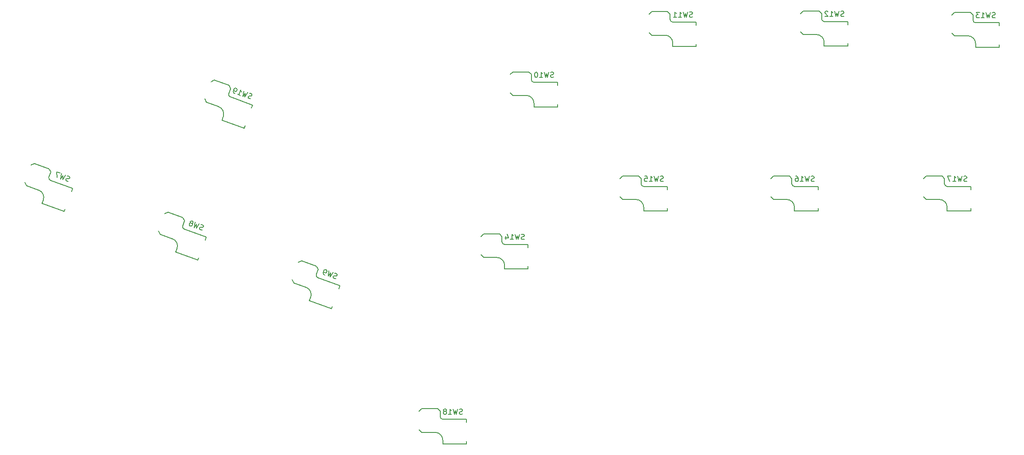
<source format=gbo>
%TF.GenerationSoftware,KiCad,Pcbnew,7.0.1*%
%TF.CreationDate,2023-08-05T20:20:55+03:00*%
%TF.ProjectId,Flatbox-Dual,466c6174-626f-4782-9d44-75616c2e6b69,rev?*%
%TF.SameCoordinates,Original*%
%TF.FileFunction,Legend,Bot*%
%TF.FilePolarity,Positive*%
%FSLAX46Y46*%
G04 Gerber Fmt 4.6, Leading zero omitted, Abs format (unit mm)*
G04 Created by KiCad (PCBNEW 7.0.1) date 2023-08-05 20:20:55*
%MOMM*%
%LPD*%
G01*
G04 APERTURE LIST*
G04 Aperture macros list*
%AMRotRect*
0 Rectangle, with rotation*
0 The origin of the aperture is its center*
0 $1 length*
0 $2 width*
0 $3 Rotation angle, in degrees counterclockwise*
0 Add horizontal line*
21,1,$1,$2,0,0,$3*%
G04 Aperture macros list end*
%ADD10C,0.150000*%
%ADD11C,2.032000*%
%ADD12C,1.701800*%
%ADD13C,3.000000*%
%ADD14C,3.429000*%
%ADD15RotRect,2.600000X2.600000X340.000000*%
%ADD16R,2.600000X2.600000*%
%ADD17C,6.400000*%
%ADD18C,2.000000*%
G04 APERTURE END LIST*
D10*
X87859461Y-87188971D02*
X87708933Y-87184858D01*
X87708933Y-87184858D02*
X87485196Y-87103424D01*
X87485196Y-87103424D02*
X87411988Y-87026104D01*
X87411988Y-87026104D02*
X87383528Y-86965070D01*
X87383528Y-86965070D02*
X87371354Y-86859289D01*
X87371354Y-86859289D02*
X87403927Y-86769794D01*
X87403927Y-86769794D02*
X87481248Y-86696586D01*
X87481248Y-86696586D02*
X87542282Y-86668126D01*
X87542282Y-86668126D02*
X87648063Y-86655952D01*
X87648063Y-86655952D02*
X87843339Y-86676351D01*
X87843339Y-86676351D02*
X87949120Y-86664177D01*
X87949120Y-86664177D02*
X88010154Y-86635717D01*
X88010154Y-86635717D02*
X88087475Y-86562509D01*
X88087475Y-86562509D02*
X88120048Y-86473014D01*
X88120048Y-86473014D02*
X88107874Y-86367233D01*
X88107874Y-86367233D02*
X88079413Y-86306199D01*
X88079413Y-86306199D02*
X88006206Y-86228879D01*
X88006206Y-86228879D02*
X87782469Y-86147445D01*
X87782469Y-86147445D02*
X87631941Y-86143332D01*
X87334996Y-85984578D02*
X86769240Y-86842838D01*
X86769240Y-86842838D02*
X86834551Y-86106482D01*
X86834551Y-86106482D02*
X86411262Y-86712544D01*
X86411262Y-86712544D02*
X86529546Y-85691418D01*
X85890746Y-85914990D02*
X85996527Y-85902816D01*
X85996527Y-85902816D02*
X86057561Y-85874356D01*
X86057561Y-85874356D02*
X86134882Y-85801148D01*
X86134882Y-85801148D02*
X86151168Y-85756401D01*
X86151168Y-85756401D02*
X86138994Y-85650620D01*
X86138994Y-85650620D02*
X86110534Y-85589586D01*
X86110534Y-85589586D02*
X86037326Y-85512265D01*
X86037326Y-85512265D02*
X85858337Y-85447118D01*
X85858337Y-85447118D02*
X85752556Y-85459292D01*
X85752556Y-85459292D02*
X85691522Y-85487753D01*
X85691522Y-85487753D02*
X85614201Y-85560961D01*
X85614201Y-85560961D02*
X85597914Y-85605708D01*
X85597914Y-85605708D02*
X85610088Y-85711489D01*
X85610088Y-85711489D02*
X85638549Y-85772523D01*
X85638549Y-85772523D02*
X85711757Y-85849844D01*
X85711757Y-85849844D02*
X85890746Y-85914990D01*
X85890746Y-85914990D02*
X85963954Y-85992311D01*
X85963954Y-85992311D02*
X85992414Y-86053345D01*
X85992414Y-86053345D02*
X86004588Y-86159126D01*
X86004588Y-86159126D02*
X85939441Y-86338115D01*
X85939441Y-86338115D02*
X85862121Y-86411323D01*
X85862121Y-86411323D02*
X85801087Y-86439784D01*
X85801087Y-86439784D02*
X85695306Y-86451958D01*
X85695306Y-86451958D02*
X85516317Y-86386811D01*
X85516317Y-86386811D02*
X85443109Y-86309490D01*
X85443109Y-86309490D02*
X85414648Y-86248456D01*
X85414648Y-86248456D02*
X85402474Y-86142675D01*
X85402474Y-86142675D02*
X85467621Y-85963686D01*
X85467621Y-85963686D02*
X85544942Y-85890478D01*
X85544942Y-85890478D02*
X85605976Y-85862018D01*
X85605976Y-85862018D02*
X85711757Y-85849844D01*
X113445599Y-96498891D02*
X113295071Y-96494778D01*
X113295071Y-96494778D02*
X113071334Y-96413344D01*
X113071334Y-96413344D02*
X112998126Y-96336024D01*
X112998126Y-96336024D02*
X112969666Y-96274990D01*
X112969666Y-96274990D02*
X112957492Y-96169209D01*
X112957492Y-96169209D02*
X112990065Y-96079714D01*
X112990065Y-96079714D02*
X113067386Y-96006506D01*
X113067386Y-96006506D02*
X113128420Y-95978046D01*
X113128420Y-95978046D02*
X113234201Y-95965872D01*
X113234201Y-95965872D02*
X113429477Y-95986271D01*
X113429477Y-95986271D02*
X113535258Y-95974097D01*
X113535258Y-95974097D02*
X113596292Y-95945637D01*
X113596292Y-95945637D02*
X113673613Y-95872429D01*
X113673613Y-95872429D02*
X113706186Y-95782934D01*
X113706186Y-95782934D02*
X113694012Y-95677153D01*
X113694012Y-95677153D02*
X113665551Y-95616119D01*
X113665551Y-95616119D02*
X113592344Y-95538799D01*
X113592344Y-95538799D02*
X113368607Y-95457365D01*
X113368607Y-95457365D02*
X113218079Y-95453252D01*
X112921134Y-95294498D02*
X112355378Y-96152758D01*
X112355378Y-96152758D02*
X112420689Y-95416402D01*
X112420689Y-95416402D02*
X111997400Y-96022464D01*
X111997400Y-96022464D02*
X112115684Y-95001338D01*
X111370938Y-95794451D02*
X111191949Y-95729304D01*
X111191949Y-95729304D02*
X111118741Y-95651984D01*
X111118741Y-95651984D02*
X111090281Y-95590950D01*
X111090281Y-95590950D02*
X111049646Y-95424135D01*
X111049646Y-95424135D02*
X111070046Y-95228859D01*
X111070046Y-95228859D02*
X111200339Y-94870881D01*
X111200339Y-94870881D02*
X111277660Y-94797673D01*
X111277660Y-94797673D02*
X111338694Y-94769212D01*
X111338694Y-94769212D02*
X111444475Y-94757038D01*
X111444475Y-94757038D02*
X111623464Y-94822185D01*
X111623464Y-94822185D02*
X111696672Y-94899506D01*
X111696672Y-94899506D02*
X111725132Y-94960540D01*
X111725132Y-94960540D02*
X111737306Y-95066321D01*
X111737306Y-95066321D02*
X111655873Y-95290057D01*
X111655873Y-95290057D02*
X111578552Y-95363265D01*
X111578552Y-95363265D02*
X111517518Y-95391726D01*
X111517518Y-95391726D02*
X111411737Y-95403899D01*
X111411737Y-95403899D02*
X111232748Y-95338753D01*
X111232748Y-95338753D02*
X111159540Y-95261432D01*
X111159540Y-95261432D02*
X111131080Y-95200398D01*
X111131080Y-95200398D02*
X111118906Y-95094617D01*
X137674523Y-122415000D02*
X137531666Y-122462619D01*
X137531666Y-122462619D02*
X137293571Y-122462619D01*
X137293571Y-122462619D02*
X137198333Y-122415000D01*
X137198333Y-122415000D02*
X137150714Y-122367380D01*
X137150714Y-122367380D02*
X137103095Y-122272142D01*
X137103095Y-122272142D02*
X137103095Y-122176904D01*
X137103095Y-122176904D02*
X137150714Y-122081666D01*
X137150714Y-122081666D02*
X137198333Y-122034047D01*
X137198333Y-122034047D02*
X137293571Y-121986428D01*
X137293571Y-121986428D02*
X137484047Y-121938809D01*
X137484047Y-121938809D02*
X137579285Y-121891190D01*
X137579285Y-121891190D02*
X137626904Y-121843571D01*
X137626904Y-121843571D02*
X137674523Y-121748333D01*
X137674523Y-121748333D02*
X137674523Y-121653095D01*
X137674523Y-121653095D02*
X137626904Y-121557857D01*
X137626904Y-121557857D02*
X137579285Y-121510238D01*
X137579285Y-121510238D02*
X137484047Y-121462619D01*
X137484047Y-121462619D02*
X137245952Y-121462619D01*
X137245952Y-121462619D02*
X137103095Y-121510238D01*
X136769761Y-121462619D02*
X136531666Y-122462619D01*
X136531666Y-122462619D02*
X136341190Y-121748333D01*
X136341190Y-121748333D02*
X136150714Y-122462619D01*
X136150714Y-122462619D02*
X135912619Y-121462619D01*
X135007857Y-122462619D02*
X135579285Y-122462619D01*
X135293571Y-122462619D02*
X135293571Y-121462619D01*
X135293571Y-121462619D02*
X135388809Y-121605476D01*
X135388809Y-121605476D02*
X135484047Y-121700714D01*
X135484047Y-121700714D02*
X135579285Y-121748333D01*
X134436428Y-121891190D02*
X134531666Y-121843571D01*
X134531666Y-121843571D02*
X134579285Y-121795952D01*
X134579285Y-121795952D02*
X134626904Y-121700714D01*
X134626904Y-121700714D02*
X134626904Y-121653095D01*
X134626904Y-121653095D02*
X134579285Y-121557857D01*
X134579285Y-121557857D02*
X134531666Y-121510238D01*
X134531666Y-121510238D02*
X134436428Y-121462619D01*
X134436428Y-121462619D02*
X134245952Y-121462619D01*
X134245952Y-121462619D02*
X134150714Y-121510238D01*
X134150714Y-121510238D02*
X134103095Y-121557857D01*
X134103095Y-121557857D02*
X134055476Y-121653095D01*
X134055476Y-121653095D02*
X134055476Y-121700714D01*
X134055476Y-121700714D02*
X134103095Y-121795952D01*
X134103095Y-121795952D02*
X134150714Y-121843571D01*
X134150714Y-121843571D02*
X134245952Y-121891190D01*
X134245952Y-121891190D02*
X134436428Y-121891190D01*
X134436428Y-121891190D02*
X134531666Y-121938809D01*
X134531666Y-121938809D02*
X134579285Y-121986428D01*
X134579285Y-121986428D02*
X134626904Y-122081666D01*
X134626904Y-122081666D02*
X134626904Y-122272142D01*
X134626904Y-122272142D02*
X134579285Y-122367380D01*
X134579285Y-122367380D02*
X134531666Y-122415000D01*
X134531666Y-122415000D02*
X134436428Y-122462619D01*
X134436428Y-122462619D02*
X134245952Y-122462619D01*
X134245952Y-122462619D02*
X134150714Y-122415000D01*
X134150714Y-122415000D02*
X134103095Y-122367380D01*
X134103095Y-122367380D02*
X134055476Y-122272142D01*
X134055476Y-122272142D02*
X134055476Y-122081666D01*
X134055476Y-122081666D02*
X134103095Y-121986428D01*
X134103095Y-121986428D02*
X134150714Y-121938809D01*
X134150714Y-121938809D02*
X134245952Y-121891190D01*
X155114523Y-57905000D02*
X154971666Y-57952619D01*
X154971666Y-57952619D02*
X154733571Y-57952619D01*
X154733571Y-57952619D02*
X154638333Y-57905000D01*
X154638333Y-57905000D02*
X154590714Y-57857380D01*
X154590714Y-57857380D02*
X154543095Y-57762142D01*
X154543095Y-57762142D02*
X154543095Y-57666904D01*
X154543095Y-57666904D02*
X154590714Y-57571666D01*
X154590714Y-57571666D02*
X154638333Y-57524047D01*
X154638333Y-57524047D02*
X154733571Y-57476428D01*
X154733571Y-57476428D02*
X154924047Y-57428809D01*
X154924047Y-57428809D02*
X155019285Y-57381190D01*
X155019285Y-57381190D02*
X155066904Y-57333571D01*
X155066904Y-57333571D02*
X155114523Y-57238333D01*
X155114523Y-57238333D02*
X155114523Y-57143095D01*
X155114523Y-57143095D02*
X155066904Y-57047857D01*
X155066904Y-57047857D02*
X155019285Y-57000238D01*
X155019285Y-57000238D02*
X154924047Y-56952619D01*
X154924047Y-56952619D02*
X154685952Y-56952619D01*
X154685952Y-56952619D02*
X154543095Y-57000238D01*
X154209761Y-56952619D02*
X153971666Y-57952619D01*
X153971666Y-57952619D02*
X153781190Y-57238333D01*
X153781190Y-57238333D02*
X153590714Y-57952619D01*
X153590714Y-57952619D02*
X153352619Y-56952619D01*
X152447857Y-57952619D02*
X153019285Y-57952619D01*
X152733571Y-57952619D02*
X152733571Y-56952619D01*
X152733571Y-56952619D02*
X152828809Y-57095476D01*
X152828809Y-57095476D02*
X152924047Y-57190714D01*
X152924047Y-57190714D02*
X153019285Y-57238333D01*
X151828809Y-56952619D02*
X151733571Y-56952619D01*
X151733571Y-56952619D02*
X151638333Y-57000238D01*
X151638333Y-57000238D02*
X151590714Y-57047857D01*
X151590714Y-57047857D02*
X151543095Y-57143095D01*
X151543095Y-57143095D02*
X151495476Y-57333571D01*
X151495476Y-57333571D02*
X151495476Y-57571666D01*
X151495476Y-57571666D02*
X151543095Y-57762142D01*
X151543095Y-57762142D02*
X151590714Y-57857380D01*
X151590714Y-57857380D02*
X151638333Y-57905000D01*
X151638333Y-57905000D02*
X151733571Y-57952619D01*
X151733571Y-57952619D02*
X151828809Y-57952619D01*
X151828809Y-57952619D02*
X151924047Y-57905000D01*
X151924047Y-57905000D02*
X151971666Y-57857380D01*
X151971666Y-57857380D02*
X152019285Y-57762142D01*
X152019285Y-57762142D02*
X152066904Y-57571666D01*
X152066904Y-57571666D02*
X152066904Y-57333571D01*
X152066904Y-57333571D02*
X152019285Y-57143095D01*
X152019285Y-57143095D02*
X151971666Y-57047857D01*
X151971666Y-57047857D02*
X151924047Y-57000238D01*
X151924047Y-57000238D02*
X151828809Y-56952619D01*
X181674523Y-46375000D02*
X181531666Y-46422619D01*
X181531666Y-46422619D02*
X181293571Y-46422619D01*
X181293571Y-46422619D02*
X181198333Y-46375000D01*
X181198333Y-46375000D02*
X181150714Y-46327380D01*
X181150714Y-46327380D02*
X181103095Y-46232142D01*
X181103095Y-46232142D02*
X181103095Y-46136904D01*
X181103095Y-46136904D02*
X181150714Y-46041666D01*
X181150714Y-46041666D02*
X181198333Y-45994047D01*
X181198333Y-45994047D02*
X181293571Y-45946428D01*
X181293571Y-45946428D02*
X181484047Y-45898809D01*
X181484047Y-45898809D02*
X181579285Y-45851190D01*
X181579285Y-45851190D02*
X181626904Y-45803571D01*
X181626904Y-45803571D02*
X181674523Y-45708333D01*
X181674523Y-45708333D02*
X181674523Y-45613095D01*
X181674523Y-45613095D02*
X181626904Y-45517857D01*
X181626904Y-45517857D02*
X181579285Y-45470238D01*
X181579285Y-45470238D02*
X181484047Y-45422619D01*
X181484047Y-45422619D02*
X181245952Y-45422619D01*
X181245952Y-45422619D02*
X181103095Y-45470238D01*
X180769761Y-45422619D02*
X180531666Y-46422619D01*
X180531666Y-46422619D02*
X180341190Y-45708333D01*
X180341190Y-45708333D02*
X180150714Y-46422619D01*
X180150714Y-46422619D02*
X179912619Y-45422619D01*
X179007857Y-46422619D02*
X179579285Y-46422619D01*
X179293571Y-46422619D02*
X179293571Y-45422619D01*
X179293571Y-45422619D02*
X179388809Y-45565476D01*
X179388809Y-45565476D02*
X179484047Y-45660714D01*
X179484047Y-45660714D02*
X179579285Y-45708333D01*
X178055476Y-46422619D02*
X178626904Y-46422619D01*
X178341190Y-46422619D02*
X178341190Y-45422619D01*
X178341190Y-45422619D02*
X178436428Y-45565476D01*
X178436428Y-45565476D02*
X178531666Y-45660714D01*
X178531666Y-45660714D02*
X178626904Y-45708333D01*
X210644523Y-46255000D02*
X210501666Y-46302619D01*
X210501666Y-46302619D02*
X210263571Y-46302619D01*
X210263571Y-46302619D02*
X210168333Y-46255000D01*
X210168333Y-46255000D02*
X210120714Y-46207380D01*
X210120714Y-46207380D02*
X210073095Y-46112142D01*
X210073095Y-46112142D02*
X210073095Y-46016904D01*
X210073095Y-46016904D02*
X210120714Y-45921666D01*
X210120714Y-45921666D02*
X210168333Y-45874047D01*
X210168333Y-45874047D02*
X210263571Y-45826428D01*
X210263571Y-45826428D02*
X210454047Y-45778809D01*
X210454047Y-45778809D02*
X210549285Y-45731190D01*
X210549285Y-45731190D02*
X210596904Y-45683571D01*
X210596904Y-45683571D02*
X210644523Y-45588333D01*
X210644523Y-45588333D02*
X210644523Y-45493095D01*
X210644523Y-45493095D02*
X210596904Y-45397857D01*
X210596904Y-45397857D02*
X210549285Y-45350238D01*
X210549285Y-45350238D02*
X210454047Y-45302619D01*
X210454047Y-45302619D02*
X210215952Y-45302619D01*
X210215952Y-45302619D02*
X210073095Y-45350238D01*
X209739761Y-45302619D02*
X209501666Y-46302619D01*
X209501666Y-46302619D02*
X209311190Y-45588333D01*
X209311190Y-45588333D02*
X209120714Y-46302619D01*
X209120714Y-46302619D02*
X208882619Y-45302619D01*
X207977857Y-46302619D02*
X208549285Y-46302619D01*
X208263571Y-46302619D02*
X208263571Y-45302619D01*
X208263571Y-45302619D02*
X208358809Y-45445476D01*
X208358809Y-45445476D02*
X208454047Y-45540714D01*
X208454047Y-45540714D02*
X208549285Y-45588333D01*
X207596904Y-45397857D02*
X207549285Y-45350238D01*
X207549285Y-45350238D02*
X207454047Y-45302619D01*
X207454047Y-45302619D02*
X207215952Y-45302619D01*
X207215952Y-45302619D02*
X207120714Y-45350238D01*
X207120714Y-45350238D02*
X207073095Y-45397857D01*
X207073095Y-45397857D02*
X207025476Y-45493095D01*
X207025476Y-45493095D02*
X207025476Y-45588333D01*
X207025476Y-45588333D02*
X207073095Y-45731190D01*
X207073095Y-45731190D02*
X207644523Y-46302619D01*
X207644523Y-46302619D02*
X207025476Y-46302619D01*
X239614523Y-46495000D02*
X239471666Y-46542619D01*
X239471666Y-46542619D02*
X239233571Y-46542619D01*
X239233571Y-46542619D02*
X239138333Y-46495000D01*
X239138333Y-46495000D02*
X239090714Y-46447380D01*
X239090714Y-46447380D02*
X239043095Y-46352142D01*
X239043095Y-46352142D02*
X239043095Y-46256904D01*
X239043095Y-46256904D02*
X239090714Y-46161666D01*
X239090714Y-46161666D02*
X239138333Y-46114047D01*
X239138333Y-46114047D02*
X239233571Y-46066428D01*
X239233571Y-46066428D02*
X239424047Y-46018809D01*
X239424047Y-46018809D02*
X239519285Y-45971190D01*
X239519285Y-45971190D02*
X239566904Y-45923571D01*
X239566904Y-45923571D02*
X239614523Y-45828333D01*
X239614523Y-45828333D02*
X239614523Y-45733095D01*
X239614523Y-45733095D02*
X239566904Y-45637857D01*
X239566904Y-45637857D02*
X239519285Y-45590238D01*
X239519285Y-45590238D02*
X239424047Y-45542619D01*
X239424047Y-45542619D02*
X239185952Y-45542619D01*
X239185952Y-45542619D02*
X239043095Y-45590238D01*
X238709761Y-45542619D02*
X238471666Y-46542619D01*
X238471666Y-46542619D02*
X238281190Y-45828333D01*
X238281190Y-45828333D02*
X238090714Y-46542619D01*
X238090714Y-46542619D02*
X237852619Y-45542619D01*
X236947857Y-46542619D02*
X237519285Y-46542619D01*
X237233571Y-46542619D02*
X237233571Y-45542619D01*
X237233571Y-45542619D02*
X237328809Y-45685476D01*
X237328809Y-45685476D02*
X237424047Y-45780714D01*
X237424047Y-45780714D02*
X237519285Y-45828333D01*
X236614523Y-45542619D02*
X235995476Y-45542619D01*
X235995476Y-45542619D02*
X236328809Y-45923571D01*
X236328809Y-45923571D02*
X236185952Y-45923571D01*
X236185952Y-45923571D02*
X236090714Y-45971190D01*
X236090714Y-45971190D02*
X236043095Y-46018809D01*
X236043095Y-46018809D02*
X235995476Y-46114047D01*
X235995476Y-46114047D02*
X235995476Y-46352142D01*
X235995476Y-46352142D02*
X236043095Y-46447380D01*
X236043095Y-46447380D02*
X236090714Y-46495000D01*
X236090714Y-46495000D02*
X236185952Y-46542619D01*
X236185952Y-46542619D02*
X236471666Y-46542619D01*
X236471666Y-46542619D02*
X236566904Y-46495000D01*
X236566904Y-46495000D02*
X236614523Y-46447380D01*
X149504523Y-88945000D02*
X149361666Y-88992619D01*
X149361666Y-88992619D02*
X149123571Y-88992619D01*
X149123571Y-88992619D02*
X149028333Y-88945000D01*
X149028333Y-88945000D02*
X148980714Y-88897380D01*
X148980714Y-88897380D02*
X148933095Y-88802142D01*
X148933095Y-88802142D02*
X148933095Y-88706904D01*
X148933095Y-88706904D02*
X148980714Y-88611666D01*
X148980714Y-88611666D02*
X149028333Y-88564047D01*
X149028333Y-88564047D02*
X149123571Y-88516428D01*
X149123571Y-88516428D02*
X149314047Y-88468809D01*
X149314047Y-88468809D02*
X149409285Y-88421190D01*
X149409285Y-88421190D02*
X149456904Y-88373571D01*
X149456904Y-88373571D02*
X149504523Y-88278333D01*
X149504523Y-88278333D02*
X149504523Y-88183095D01*
X149504523Y-88183095D02*
X149456904Y-88087857D01*
X149456904Y-88087857D02*
X149409285Y-88040238D01*
X149409285Y-88040238D02*
X149314047Y-87992619D01*
X149314047Y-87992619D02*
X149075952Y-87992619D01*
X149075952Y-87992619D02*
X148933095Y-88040238D01*
X148599761Y-87992619D02*
X148361666Y-88992619D01*
X148361666Y-88992619D02*
X148171190Y-88278333D01*
X148171190Y-88278333D02*
X147980714Y-88992619D01*
X147980714Y-88992619D02*
X147742619Y-87992619D01*
X146837857Y-88992619D02*
X147409285Y-88992619D01*
X147123571Y-88992619D02*
X147123571Y-87992619D01*
X147123571Y-87992619D02*
X147218809Y-88135476D01*
X147218809Y-88135476D02*
X147314047Y-88230714D01*
X147314047Y-88230714D02*
X147409285Y-88278333D01*
X145980714Y-88325952D02*
X145980714Y-88992619D01*
X146218809Y-87945000D02*
X146456904Y-88659285D01*
X146456904Y-88659285D02*
X145837857Y-88659285D01*
X176114523Y-77835000D02*
X175971666Y-77882619D01*
X175971666Y-77882619D02*
X175733571Y-77882619D01*
X175733571Y-77882619D02*
X175638333Y-77835000D01*
X175638333Y-77835000D02*
X175590714Y-77787380D01*
X175590714Y-77787380D02*
X175543095Y-77692142D01*
X175543095Y-77692142D02*
X175543095Y-77596904D01*
X175543095Y-77596904D02*
X175590714Y-77501666D01*
X175590714Y-77501666D02*
X175638333Y-77454047D01*
X175638333Y-77454047D02*
X175733571Y-77406428D01*
X175733571Y-77406428D02*
X175924047Y-77358809D01*
X175924047Y-77358809D02*
X176019285Y-77311190D01*
X176019285Y-77311190D02*
X176066904Y-77263571D01*
X176066904Y-77263571D02*
X176114523Y-77168333D01*
X176114523Y-77168333D02*
X176114523Y-77073095D01*
X176114523Y-77073095D02*
X176066904Y-76977857D01*
X176066904Y-76977857D02*
X176019285Y-76930238D01*
X176019285Y-76930238D02*
X175924047Y-76882619D01*
X175924047Y-76882619D02*
X175685952Y-76882619D01*
X175685952Y-76882619D02*
X175543095Y-76930238D01*
X175209761Y-76882619D02*
X174971666Y-77882619D01*
X174971666Y-77882619D02*
X174781190Y-77168333D01*
X174781190Y-77168333D02*
X174590714Y-77882619D01*
X174590714Y-77882619D02*
X174352619Y-76882619D01*
X173447857Y-77882619D02*
X174019285Y-77882619D01*
X173733571Y-77882619D02*
X173733571Y-76882619D01*
X173733571Y-76882619D02*
X173828809Y-77025476D01*
X173828809Y-77025476D02*
X173924047Y-77120714D01*
X173924047Y-77120714D02*
X174019285Y-77168333D01*
X172543095Y-76882619D02*
X173019285Y-76882619D01*
X173019285Y-76882619D02*
X173066904Y-77358809D01*
X173066904Y-77358809D02*
X173019285Y-77311190D01*
X173019285Y-77311190D02*
X172924047Y-77263571D01*
X172924047Y-77263571D02*
X172685952Y-77263571D01*
X172685952Y-77263571D02*
X172590714Y-77311190D01*
X172590714Y-77311190D02*
X172543095Y-77358809D01*
X172543095Y-77358809D02*
X172495476Y-77454047D01*
X172495476Y-77454047D02*
X172495476Y-77692142D01*
X172495476Y-77692142D02*
X172543095Y-77787380D01*
X172543095Y-77787380D02*
X172590714Y-77835000D01*
X172590714Y-77835000D02*
X172685952Y-77882619D01*
X172685952Y-77882619D02*
X172924047Y-77882619D01*
X172924047Y-77882619D02*
X173019285Y-77835000D01*
X173019285Y-77835000D02*
X173066904Y-77787380D01*
X204964523Y-77835000D02*
X204821666Y-77882619D01*
X204821666Y-77882619D02*
X204583571Y-77882619D01*
X204583571Y-77882619D02*
X204488333Y-77835000D01*
X204488333Y-77835000D02*
X204440714Y-77787380D01*
X204440714Y-77787380D02*
X204393095Y-77692142D01*
X204393095Y-77692142D02*
X204393095Y-77596904D01*
X204393095Y-77596904D02*
X204440714Y-77501666D01*
X204440714Y-77501666D02*
X204488333Y-77454047D01*
X204488333Y-77454047D02*
X204583571Y-77406428D01*
X204583571Y-77406428D02*
X204774047Y-77358809D01*
X204774047Y-77358809D02*
X204869285Y-77311190D01*
X204869285Y-77311190D02*
X204916904Y-77263571D01*
X204916904Y-77263571D02*
X204964523Y-77168333D01*
X204964523Y-77168333D02*
X204964523Y-77073095D01*
X204964523Y-77073095D02*
X204916904Y-76977857D01*
X204916904Y-76977857D02*
X204869285Y-76930238D01*
X204869285Y-76930238D02*
X204774047Y-76882619D01*
X204774047Y-76882619D02*
X204535952Y-76882619D01*
X204535952Y-76882619D02*
X204393095Y-76930238D01*
X204059761Y-76882619D02*
X203821666Y-77882619D01*
X203821666Y-77882619D02*
X203631190Y-77168333D01*
X203631190Y-77168333D02*
X203440714Y-77882619D01*
X203440714Y-77882619D02*
X203202619Y-76882619D01*
X202297857Y-77882619D02*
X202869285Y-77882619D01*
X202583571Y-77882619D02*
X202583571Y-76882619D01*
X202583571Y-76882619D02*
X202678809Y-77025476D01*
X202678809Y-77025476D02*
X202774047Y-77120714D01*
X202774047Y-77120714D02*
X202869285Y-77168333D01*
X201440714Y-76882619D02*
X201631190Y-76882619D01*
X201631190Y-76882619D02*
X201726428Y-76930238D01*
X201726428Y-76930238D02*
X201774047Y-76977857D01*
X201774047Y-76977857D02*
X201869285Y-77120714D01*
X201869285Y-77120714D02*
X201916904Y-77311190D01*
X201916904Y-77311190D02*
X201916904Y-77692142D01*
X201916904Y-77692142D02*
X201869285Y-77787380D01*
X201869285Y-77787380D02*
X201821666Y-77835000D01*
X201821666Y-77835000D02*
X201726428Y-77882619D01*
X201726428Y-77882619D02*
X201535952Y-77882619D01*
X201535952Y-77882619D02*
X201440714Y-77835000D01*
X201440714Y-77835000D02*
X201393095Y-77787380D01*
X201393095Y-77787380D02*
X201345476Y-77692142D01*
X201345476Y-77692142D02*
X201345476Y-77454047D01*
X201345476Y-77454047D02*
X201393095Y-77358809D01*
X201393095Y-77358809D02*
X201440714Y-77311190D01*
X201440714Y-77311190D02*
X201535952Y-77263571D01*
X201535952Y-77263571D02*
X201726428Y-77263571D01*
X201726428Y-77263571D02*
X201821666Y-77311190D01*
X201821666Y-77311190D02*
X201869285Y-77358809D01*
X201869285Y-77358809D02*
X201916904Y-77454047D01*
X234174523Y-77835000D02*
X234031666Y-77882619D01*
X234031666Y-77882619D02*
X233793571Y-77882619D01*
X233793571Y-77882619D02*
X233698333Y-77835000D01*
X233698333Y-77835000D02*
X233650714Y-77787380D01*
X233650714Y-77787380D02*
X233603095Y-77692142D01*
X233603095Y-77692142D02*
X233603095Y-77596904D01*
X233603095Y-77596904D02*
X233650714Y-77501666D01*
X233650714Y-77501666D02*
X233698333Y-77454047D01*
X233698333Y-77454047D02*
X233793571Y-77406428D01*
X233793571Y-77406428D02*
X233984047Y-77358809D01*
X233984047Y-77358809D02*
X234079285Y-77311190D01*
X234079285Y-77311190D02*
X234126904Y-77263571D01*
X234126904Y-77263571D02*
X234174523Y-77168333D01*
X234174523Y-77168333D02*
X234174523Y-77073095D01*
X234174523Y-77073095D02*
X234126904Y-76977857D01*
X234126904Y-76977857D02*
X234079285Y-76930238D01*
X234079285Y-76930238D02*
X233984047Y-76882619D01*
X233984047Y-76882619D02*
X233745952Y-76882619D01*
X233745952Y-76882619D02*
X233603095Y-76930238D01*
X233269761Y-76882619D02*
X233031666Y-77882619D01*
X233031666Y-77882619D02*
X232841190Y-77168333D01*
X232841190Y-77168333D02*
X232650714Y-77882619D01*
X232650714Y-77882619D02*
X232412619Y-76882619D01*
X231507857Y-77882619D02*
X232079285Y-77882619D01*
X231793571Y-77882619D02*
X231793571Y-76882619D01*
X231793571Y-76882619D02*
X231888809Y-77025476D01*
X231888809Y-77025476D02*
X231984047Y-77120714D01*
X231984047Y-77120714D02*
X232079285Y-77168333D01*
X231174523Y-76882619D02*
X230507857Y-76882619D01*
X230507857Y-76882619D02*
X230936428Y-77882619D01*
X62279232Y-77876667D02*
X62128704Y-77872554D01*
X62128704Y-77872554D02*
X61904967Y-77791120D01*
X61904967Y-77791120D02*
X61831759Y-77713800D01*
X61831759Y-77713800D02*
X61803299Y-77652766D01*
X61803299Y-77652766D02*
X61791125Y-77546985D01*
X61791125Y-77546985D02*
X61823698Y-77457490D01*
X61823698Y-77457490D02*
X61901019Y-77384282D01*
X61901019Y-77384282D02*
X61962053Y-77355822D01*
X61962053Y-77355822D02*
X62067834Y-77343648D01*
X62067834Y-77343648D02*
X62263110Y-77364047D01*
X62263110Y-77364047D02*
X62368891Y-77351873D01*
X62368891Y-77351873D02*
X62429925Y-77323413D01*
X62429925Y-77323413D02*
X62507246Y-77250205D01*
X62507246Y-77250205D02*
X62539819Y-77160710D01*
X62539819Y-77160710D02*
X62527645Y-77054929D01*
X62527645Y-77054929D02*
X62499184Y-76993895D01*
X62499184Y-76993895D02*
X62425977Y-76916575D01*
X62425977Y-76916575D02*
X62202240Y-76835141D01*
X62202240Y-76835141D02*
X62051712Y-76831028D01*
X61754767Y-76672274D02*
X61189011Y-77530534D01*
X61189011Y-77530534D02*
X61254322Y-76794178D01*
X61254322Y-76794178D02*
X60831033Y-77400240D01*
X60831033Y-77400240D02*
X60949317Y-76379114D01*
X60680833Y-76281394D02*
X60054371Y-76053381D01*
X60054371Y-76053381D02*
X60115077Y-77139654D01*
X97153275Y-62067577D02*
X97002747Y-62063464D01*
X97002747Y-62063464D02*
X96779010Y-61982030D01*
X96779010Y-61982030D02*
X96705803Y-61904710D01*
X96705803Y-61904710D02*
X96677342Y-61843676D01*
X96677342Y-61843676D02*
X96665168Y-61737895D01*
X96665168Y-61737895D02*
X96697741Y-61648400D01*
X96697741Y-61648400D02*
X96775062Y-61575192D01*
X96775062Y-61575192D02*
X96836096Y-61546732D01*
X96836096Y-61546732D02*
X96941877Y-61534558D01*
X96941877Y-61534558D02*
X97137153Y-61554957D01*
X97137153Y-61554957D02*
X97242934Y-61542783D01*
X97242934Y-61542783D02*
X97303968Y-61514323D01*
X97303968Y-61514323D02*
X97381289Y-61441115D01*
X97381289Y-61441115D02*
X97413862Y-61351620D01*
X97413862Y-61351620D02*
X97401688Y-61245839D01*
X97401688Y-61245839D02*
X97373228Y-61184805D01*
X97373228Y-61184805D02*
X97300020Y-61107484D01*
X97300020Y-61107484D02*
X97076283Y-61026051D01*
X97076283Y-61026051D02*
X96925755Y-61021938D01*
X96628811Y-60863184D02*
X96063054Y-61721444D01*
X96063054Y-61721444D02*
X96128365Y-60985088D01*
X96128365Y-60985088D02*
X95705076Y-61591150D01*
X95705076Y-61591150D02*
X95823360Y-60570024D01*
X94631142Y-61200270D02*
X95168109Y-61395710D01*
X94899625Y-61297990D02*
X95241645Y-60358298D01*
X95241645Y-60358298D02*
X95282280Y-60525113D01*
X95282280Y-60525113D02*
X95339201Y-60647181D01*
X95339201Y-60647181D02*
X95412409Y-60724501D01*
X94183669Y-61037403D02*
X94004680Y-60972257D01*
X94004680Y-60972257D02*
X93931472Y-60894936D01*
X93931472Y-60894936D02*
X93903011Y-60833902D01*
X93903011Y-60833902D02*
X93862377Y-60667087D01*
X93862377Y-60667087D02*
X93882776Y-60471811D01*
X93882776Y-60471811D02*
X94013070Y-60113833D01*
X94013070Y-60113833D02*
X94090390Y-60040625D01*
X94090390Y-60040625D02*
X94151424Y-60012165D01*
X94151424Y-60012165D02*
X94257206Y-59999991D01*
X94257206Y-59999991D02*
X94436195Y-60065137D01*
X94436195Y-60065137D02*
X94509402Y-60142458D01*
X94509402Y-60142458D02*
X94537863Y-60203492D01*
X94537863Y-60203492D02*
X94550037Y-60309273D01*
X94550037Y-60309273D02*
X94468604Y-60533009D01*
X94468604Y-60533009D02*
X94391283Y-60606217D01*
X94391283Y-60606217D02*
X94330249Y-60634678D01*
X94330249Y-60634678D02*
X94224468Y-60646852D01*
X94224468Y-60646852D02*
X94045479Y-60581705D01*
X94045479Y-60581705D02*
X93972271Y-60504385D01*
X93972271Y-60504385D02*
X93943810Y-60443351D01*
X93943810Y-60443351D02*
X93931636Y-60337569D01*
X80719520Y-84063477D02*
X81360376Y-83764640D01*
X79522449Y-87352401D02*
X79821286Y-87993257D01*
X81360376Y-83764640D02*
X84179454Y-84790701D01*
X79821286Y-87993257D02*
X82170517Y-88848307D01*
X84179454Y-84790701D02*
X84478290Y-85431557D01*
X84136270Y-86371250D02*
X84478290Y-85431557D01*
X83067026Y-90770877D02*
X82827612Y-91428661D01*
X82827612Y-91428661D02*
X87056229Y-92967752D01*
X88663723Y-88551197D02*
X84435106Y-87012106D01*
X88458511Y-89115012D02*
X88663723Y-88551197D01*
X87056229Y-92967752D02*
X87227239Y-92497906D01*
X83067025Y-90770877D02*
G75*
G03*
X82170517Y-88848308I-1409538J513031D01*
G01*
X84136271Y-86371250D02*
G75*
G03*
X84435106Y-87012106I469846J-171010D01*
G01*
X106305658Y-93373397D02*
X106946514Y-93074560D01*
X105108587Y-96662321D02*
X105407424Y-97303177D01*
X106946514Y-93074560D02*
X109765592Y-94100621D01*
X105407424Y-97303177D02*
X107756655Y-98158227D01*
X109765592Y-94100621D02*
X110064428Y-94741477D01*
X109722408Y-95681170D02*
X110064428Y-94741477D01*
X108653164Y-100080797D02*
X108413750Y-100738581D01*
X108413750Y-100738581D02*
X112642367Y-102277672D01*
X114249861Y-97861117D02*
X110021244Y-96322026D01*
X114044649Y-98424932D02*
X114249861Y-97861117D01*
X112642367Y-102277672D02*
X112813377Y-101807826D01*
X108653163Y-100080797D02*
G75*
G03*
X107756655Y-98158228I-1409538J513031D01*
G01*
X109722409Y-95681170D02*
G75*
G03*
X110021244Y-96322026I469846J-171010D01*
G01*
X129420000Y-121920000D02*
X129920000Y-121420000D01*
X129420000Y-125420000D02*
X129920000Y-125920000D01*
X129920000Y-121420000D02*
X132920000Y-121420000D01*
X129920000Y-125920000D02*
X132420000Y-125920000D01*
X132920000Y-121420000D02*
X133420000Y-121920000D01*
X133420000Y-122920000D02*
X133420000Y-121920000D01*
X133920000Y-127420000D02*
X133920000Y-128120000D01*
X133920000Y-128120000D02*
X138420000Y-128120000D01*
X138420000Y-123420000D02*
X133920000Y-123420000D01*
X138420000Y-124020000D02*
X138420000Y-123420000D01*
X138420000Y-128120000D02*
X138420000Y-127620000D01*
X133920000Y-127420000D02*
G75*
G03*
X132420000Y-125920000I-1500000J0D01*
G01*
X133420000Y-122920000D02*
G75*
G03*
X133920000Y-123420000I500000J0D01*
G01*
X146860000Y-57410000D02*
X147360000Y-56910000D01*
X146860000Y-60910000D02*
X147360000Y-61410000D01*
X147360000Y-56910000D02*
X150360000Y-56910000D01*
X147360000Y-61410000D02*
X149860000Y-61410000D01*
X150360000Y-56910000D02*
X150860000Y-57410000D01*
X150860000Y-58410000D02*
X150860000Y-57410000D01*
X151360000Y-62910000D02*
X151360000Y-63610000D01*
X151360000Y-63610000D02*
X155860000Y-63610000D01*
X155860000Y-58910000D02*
X151360000Y-58910000D01*
X155860000Y-59510000D02*
X155860000Y-58910000D01*
X155860000Y-63610000D02*
X155860000Y-63110000D01*
X151360000Y-62910000D02*
G75*
G03*
X149860000Y-61410000I-1500000J0D01*
G01*
X150860000Y-58410000D02*
G75*
G03*
X151360000Y-58910000I500000J0D01*
G01*
X173420000Y-45880000D02*
X173920000Y-45380000D01*
X173420000Y-49380000D02*
X173920000Y-49880000D01*
X173920000Y-45380000D02*
X176920000Y-45380000D01*
X173920000Y-49880000D02*
X176420000Y-49880000D01*
X176920000Y-45380000D02*
X177420000Y-45880000D01*
X177420000Y-46880000D02*
X177420000Y-45880000D01*
X177920000Y-51380000D02*
X177920000Y-52080000D01*
X177920000Y-52080000D02*
X182420000Y-52080000D01*
X182420000Y-47380000D02*
X177920000Y-47380000D01*
X182420000Y-47980000D02*
X182420000Y-47380000D01*
X182420000Y-52080000D02*
X182420000Y-51580000D01*
X177920000Y-51380000D02*
G75*
G03*
X176420000Y-49880000I-1500000J0D01*
G01*
X177420000Y-46880000D02*
G75*
G03*
X177920000Y-47380000I500000J0D01*
G01*
X202390000Y-45760000D02*
X202890000Y-45260000D01*
X202390000Y-49260000D02*
X202890000Y-49760000D01*
X202890000Y-45260000D02*
X205890000Y-45260000D01*
X202890000Y-49760000D02*
X205390000Y-49760000D01*
X205890000Y-45260000D02*
X206390000Y-45760000D01*
X206390000Y-46760000D02*
X206390000Y-45760000D01*
X206890000Y-51260000D02*
X206890000Y-51960000D01*
X206890000Y-51960000D02*
X211390000Y-51960000D01*
X211390000Y-47260000D02*
X206890000Y-47260000D01*
X211390000Y-47860000D02*
X211390000Y-47260000D01*
X211390000Y-51960000D02*
X211390000Y-51460000D01*
X206890000Y-51260000D02*
G75*
G03*
X205390000Y-49760000I-1500000J0D01*
G01*
X206390000Y-46760000D02*
G75*
G03*
X206890000Y-47260000I500000J0D01*
G01*
X231360000Y-46000000D02*
X231860000Y-45500000D01*
X231360000Y-49500000D02*
X231860000Y-50000000D01*
X231860000Y-45500000D02*
X234860000Y-45500000D01*
X231860000Y-50000000D02*
X234360000Y-50000000D01*
X234860000Y-45500000D02*
X235360000Y-46000000D01*
X235360000Y-47000000D02*
X235360000Y-46000000D01*
X235860000Y-51500000D02*
X235860000Y-52200000D01*
X235860000Y-52200000D02*
X240360000Y-52200000D01*
X240360000Y-47500000D02*
X235860000Y-47500000D01*
X240360000Y-48100000D02*
X240360000Y-47500000D01*
X240360000Y-52200000D02*
X240360000Y-51700000D01*
X235860000Y-51500000D02*
G75*
G03*
X234360000Y-50000000I-1500000J0D01*
G01*
X235360000Y-47000000D02*
G75*
G03*
X235860000Y-47500000I500000J0D01*
G01*
X141250000Y-88450000D02*
X141750000Y-87950000D01*
X141250000Y-91950000D02*
X141750000Y-92450000D01*
X141750000Y-87950000D02*
X144750000Y-87950000D01*
X141750000Y-92450000D02*
X144250000Y-92450000D01*
X144750000Y-87950000D02*
X145250000Y-88450000D01*
X145250000Y-89450000D02*
X145250000Y-88450000D01*
X145750000Y-93950000D02*
X145750000Y-94650000D01*
X145750000Y-94650000D02*
X150250000Y-94650000D01*
X150250000Y-89950000D02*
X145750000Y-89950000D01*
X150250000Y-90550000D02*
X150250000Y-89950000D01*
X150250000Y-94650000D02*
X150250000Y-94150000D01*
X145750000Y-93950000D02*
G75*
G03*
X144250000Y-92450000I-1500000J0D01*
G01*
X145250000Y-89450000D02*
G75*
G03*
X145750000Y-89950000I500000J0D01*
G01*
X167860000Y-77340000D02*
X168360000Y-76840000D01*
X167860000Y-80840000D02*
X168360000Y-81340000D01*
X168360000Y-76840000D02*
X171360000Y-76840000D01*
X168360000Y-81340000D02*
X170860000Y-81340000D01*
X171360000Y-76840000D02*
X171860000Y-77340000D01*
X171860000Y-78340000D02*
X171860000Y-77340000D01*
X172360000Y-82840000D02*
X172360000Y-83540000D01*
X172360000Y-83540000D02*
X176860000Y-83540000D01*
X176860000Y-78840000D02*
X172360000Y-78840000D01*
X176860000Y-79440000D02*
X176860000Y-78840000D01*
X176860000Y-83540000D02*
X176860000Y-83040000D01*
X172360000Y-82840000D02*
G75*
G03*
X170860000Y-81340000I-1500000J0D01*
G01*
X171860000Y-78340000D02*
G75*
G03*
X172360000Y-78840000I500000J0D01*
G01*
X196710000Y-77340000D02*
X197210000Y-76840000D01*
X196710000Y-80840000D02*
X197210000Y-81340000D01*
X197210000Y-76840000D02*
X200210000Y-76840000D01*
X197210000Y-81340000D02*
X199710000Y-81340000D01*
X200210000Y-76840000D02*
X200710000Y-77340000D01*
X200710000Y-78340000D02*
X200710000Y-77340000D01*
X201210000Y-82840000D02*
X201210000Y-83540000D01*
X201210000Y-83540000D02*
X205710000Y-83540000D01*
X205710000Y-78840000D02*
X201210000Y-78840000D01*
X205710000Y-79440000D02*
X205710000Y-78840000D01*
X205710000Y-83540000D02*
X205710000Y-83040000D01*
X201210000Y-82840000D02*
G75*
G03*
X199710000Y-81340000I-1500000J0D01*
G01*
X200710000Y-78340000D02*
G75*
G03*
X201210000Y-78840000I500000J0D01*
G01*
X225920000Y-77340000D02*
X226420000Y-76840000D01*
X225920000Y-80840000D02*
X226420000Y-81340000D01*
X226420000Y-76840000D02*
X229420000Y-76840000D01*
X226420000Y-81340000D02*
X228920000Y-81340000D01*
X229420000Y-76840000D02*
X229920000Y-77340000D01*
X229920000Y-78340000D02*
X229920000Y-77340000D01*
X230420000Y-82840000D02*
X230420000Y-83540000D01*
X230420000Y-83540000D02*
X234920000Y-83540000D01*
X234920000Y-78840000D02*
X230420000Y-78840000D01*
X234920000Y-79440000D02*
X234920000Y-78840000D01*
X234920000Y-83540000D02*
X234920000Y-83040000D01*
X230420000Y-82840000D02*
G75*
G03*
X228920000Y-81340000I-1500000J0D01*
G01*
X229920000Y-78340000D02*
G75*
G03*
X230420000Y-78840000I500000J0D01*
G01*
X55139291Y-74751173D02*
X55780147Y-74452336D01*
X53942220Y-78040097D02*
X54241057Y-78680953D01*
X55780147Y-74452336D02*
X58599225Y-75478397D01*
X54241057Y-78680953D02*
X56590288Y-79536003D01*
X58599225Y-75478397D02*
X58898061Y-76119253D01*
X58556041Y-77058946D02*
X58898061Y-76119253D01*
X57486797Y-81458573D02*
X57247383Y-82116357D01*
X57247383Y-82116357D02*
X61476000Y-83655448D01*
X63083494Y-79238893D02*
X58854877Y-77699802D01*
X62878282Y-79802708D02*
X63083494Y-79238893D01*
X61476000Y-83655448D02*
X61647010Y-83185602D01*
X57486796Y-81458573D02*
G75*
G03*
X56590288Y-79536004I-1409538J513031D01*
G01*
X58556042Y-77058946D02*
G75*
G03*
X58854877Y-77699802I469846J-171010D01*
G01*
X89565861Y-58779216D02*
X90206717Y-58480379D01*
X88368790Y-62068140D02*
X88667627Y-62708996D01*
X90206717Y-58480379D02*
X93025795Y-59506440D01*
X88667627Y-62708996D02*
X91016858Y-63564046D01*
X93025795Y-59506440D02*
X93324631Y-60147296D01*
X92982611Y-61086989D02*
X93324631Y-60147296D01*
X91913367Y-65486616D02*
X91673953Y-66144400D01*
X91673953Y-66144400D02*
X95902570Y-67683491D01*
X97510064Y-63266936D02*
X93281447Y-61727845D01*
X97304852Y-63830751D02*
X97510064Y-63266936D01*
X95902570Y-67683491D02*
X96073580Y-67213645D01*
X91913366Y-65486616D02*
G75*
G03*
X91016858Y-63564047I-1409538J513031D01*
G01*
X92982612Y-61086989D02*
G75*
G03*
X93281447Y-61727845I469846J-171010D01*
G01*
D11*
X86793772Y-72243075D03*
%LPC*%
D12*
X74797041Y-90102039D03*
D13*
X82000370Y-86391979D03*
D14*
X79965350Y-91983150D03*
D13*
X85946389Y-90169403D03*
D12*
X85133659Y-93864261D03*
D15*
X78922877Y-85271863D03*
D11*
X77947431Y-97527336D03*
X73967210Y-93843881D03*
D15*
X89023882Y-91289519D03*
D12*
X100383179Y-99411959D03*
D13*
X107586508Y-95701899D03*
D14*
X105551488Y-101293070D03*
D13*
X111532527Y-99479323D03*
D12*
X110719797Y-103174181D03*
D15*
X104509015Y-94581783D03*
D11*
X103533569Y-106837256D03*
X99553348Y-103153801D03*
D15*
X114610020Y-100599439D03*
D12*
X125920000Y-129620000D03*
D13*
X131420000Y-123670000D03*
D14*
X131420000Y-129620000D03*
D13*
X136420000Y-125870000D03*
D12*
X136920000Y-129620000D03*
D16*
X128145000Y-123670000D03*
D11*
X131420000Y-135520000D03*
X126420000Y-133420000D03*
D16*
X139695000Y-125870000D03*
D12*
X143360000Y-65110000D03*
D13*
X148860000Y-59160000D03*
D14*
X148860000Y-65110000D03*
D13*
X153860000Y-61360000D03*
D12*
X154360000Y-65110000D03*
D16*
X145585000Y-59160000D03*
D11*
X148860000Y-71010000D03*
X143860000Y-68910000D03*
D16*
X157135000Y-61360000D03*
D12*
X169920000Y-53580000D03*
D13*
X175420000Y-47630000D03*
D14*
X175420000Y-53580000D03*
D13*
X180420000Y-49830000D03*
D12*
X180920000Y-53580000D03*
D16*
X172145000Y-47630000D03*
D11*
X175420000Y-59480000D03*
X170420000Y-57380000D03*
D16*
X183695000Y-49830000D03*
D12*
X198890000Y-53460000D03*
D13*
X204390000Y-47510000D03*
D14*
X204390000Y-53460000D03*
D13*
X209390000Y-49710000D03*
D12*
X209890000Y-53460000D03*
D16*
X201115000Y-47510000D03*
D11*
X204390000Y-59360000D03*
X199390000Y-57260000D03*
D16*
X212665000Y-49710000D03*
D12*
X227860000Y-53700000D03*
D13*
X233360000Y-47750000D03*
D14*
X233360000Y-53700000D03*
D13*
X238360000Y-49950000D03*
D12*
X238860000Y-53700000D03*
D16*
X230085000Y-47750000D03*
D11*
X233360000Y-59600000D03*
X228360000Y-57500000D03*
D16*
X241635000Y-49950000D03*
D12*
X137750000Y-96150000D03*
D13*
X143250000Y-90200000D03*
D14*
X143250000Y-96150000D03*
D13*
X148250000Y-92400000D03*
D12*
X148750000Y-96150000D03*
D16*
X139975000Y-90200000D03*
D11*
X143250000Y-102050000D03*
X138250000Y-99950000D03*
D16*
X151525000Y-92400000D03*
D12*
X164360000Y-85040000D03*
D13*
X169860000Y-79090000D03*
D14*
X169860000Y-85040000D03*
D13*
X174860000Y-81290000D03*
D12*
X175360000Y-85040000D03*
D16*
X166585000Y-79090000D03*
D11*
X169860000Y-90940000D03*
X164860000Y-88840000D03*
D16*
X178135000Y-81290000D03*
D12*
X193210000Y-85040000D03*
D13*
X198710000Y-79090000D03*
D14*
X198710000Y-85040000D03*
D13*
X203710000Y-81290000D03*
D12*
X204210000Y-85040000D03*
D16*
X195435000Y-79090000D03*
D11*
X198710000Y-90940000D03*
X193710000Y-88840000D03*
D16*
X206985000Y-81290000D03*
D12*
X222420000Y-85040000D03*
D13*
X227920000Y-79090000D03*
D14*
X227920000Y-85040000D03*
D13*
X232920000Y-81290000D03*
D12*
X233420000Y-85040000D03*
D16*
X224645000Y-79090000D03*
D11*
X227920000Y-90940000D03*
X222920000Y-88840000D03*
D16*
X236195000Y-81290000D03*
D17*
X47000000Y-37000000D03*
X47000000Y-143000000D03*
X243000000Y-143000000D03*
X243000000Y-37000000D03*
D12*
X49216812Y-80789735D03*
D13*
X56420141Y-77079675D03*
D14*
X54385121Y-82670846D03*
D13*
X60366160Y-80857099D03*
D12*
X59553430Y-84551957D03*
D15*
X53342648Y-75959559D03*
D11*
X52367202Y-88215032D03*
X48386981Y-84531577D03*
D15*
X63443653Y-81977215D03*
D17*
X150000000Y-37000000D03*
D18*
X88500000Y-43000000D03*
X88500000Y-36500000D03*
X93000000Y-43000000D03*
X93000000Y-36500000D03*
X65500000Y-43000000D03*
X65500000Y-36500000D03*
X70000000Y-43000000D03*
X70000000Y-36500000D03*
X98500000Y-43000000D03*
X98500000Y-36500000D03*
X103000000Y-43000000D03*
X103000000Y-36500000D03*
X55500000Y-43000000D03*
X55500000Y-36500000D03*
X60000000Y-43000000D03*
X60000000Y-36500000D03*
X75500000Y-43000000D03*
X75500000Y-36500000D03*
X80000000Y-43000000D03*
X80000000Y-36500000D03*
X108500000Y-43000000D03*
X108500000Y-36500000D03*
X113000000Y-43000000D03*
X113000000Y-36500000D03*
D17*
X133500000Y-78000000D03*
X150000000Y-143000000D03*
D12*
X83643382Y-64817778D03*
D13*
X90846711Y-61107718D03*
D14*
X88811691Y-66698889D03*
D13*
X94792730Y-64885142D03*
D12*
X93980000Y-68580000D03*
D15*
X87769218Y-59987602D03*
D11*
X86793772Y-72243075D03*
X82813551Y-68559620D03*
D15*
X97870223Y-66005258D03*
M02*

</source>
